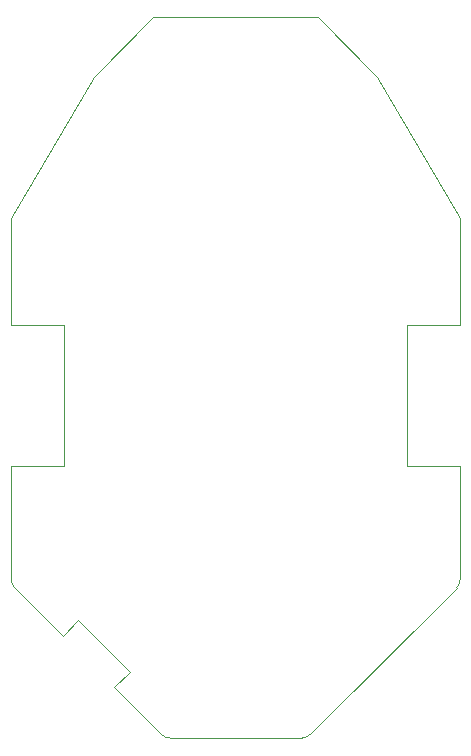
<source format=gbr>
%TF.GenerationSoftware,KiCad,Pcbnew,(7.0.0)*%
%TF.CreationDate,2024-08-06T08:44:50+09:00*%
%TF.ProjectId,extraice,65787472-6169-4636-952e-6b696361645f,rev?*%
%TF.SameCoordinates,Original*%
%TF.FileFunction,Profile,NP*%
%FSLAX46Y46*%
G04 Gerber Fmt 4.6, Leading zero omitted, Abs format (unit mm)*
G04 Created by KiCad (PCBNEW (7.0.0)) date 2024-08-06 08:44:50*
%MOMM*%
%LPD*%
G01*
G04 APERTURE LIST*
%TA.AperFunction,Profile*%
%ADD10C,0.010000*%
%TD*%
G04 APERTURE END LIST*
D10*
X159000000Y-115585787D02*
X159000000Y-106000000D01*
X146292893Y-128707107D02*
X158707107Y-116292893D01*
X154500000Y-94000000D02*
X159000000Y-94000000D01*
X129724517Y-124724517D02*
X133707107Y-128707107D01*
X159000000Y-106000000D02*
X154500000Y-106000000D01*
X133000000Y-68000000D02*
X128000000Y-73000000D01*
X125500000Y-94000000D02*
X125500000Y-106000000D01*
X159000000Y-85000000D02*
X152000000Y-73000000D01*
X121292893Y-116292893D02*
X125340455Y-120340455D01*
X128000000Y-73000000D02*
X121000000Y-85000000D01*
X158707093Y-116292879D02*
G75*
G03*
X159000000Y-115585787I-706993J707079D01*
G01*
X133707100Y-128707114D02*
G75*
G03*
X134414214Y-129000000I707100J707114D01*
G01*
X121000000Y-106000000D02*
X121000000Y-115585787D01*
X126635682Y-119045227D02*
X131019744Y-123429289D01*
X121000000Y-85000000D02*
X121000000Y-94000000D01*
X131019744Y-123429289D02*
X129724517Y-124724517D01*
X154500000Y-106000000D02*
X154500000Y-94000000D01*
X125500000Y-106000000D02*
X121000000Y-106000000D01*
X134414214Y-129000000D02*
X145585786Y-129000000D01*
X147000000Y-68000000D02*
X133000000Y-68000000D01*
X121000010Y-115585787D02*
G75*
G03*
X121292893Y-116292893I999990J-13D01*
G01*
X121000000Y-94000000D02*
X125500000Y-94000000D01*
X125340455Y-120340455D02*
X126635682Y-119045227D01*
X145585786Y-128999961D02*
G75*
G03*
X146292893Y-128707107I14J1000061D01*
G01*
X152000000Y-73000000D02*
X147000000Y-68000000D01*
X159000000Y-85000000D02*
X159000000Y-94000000D01*
M02*

</source>
